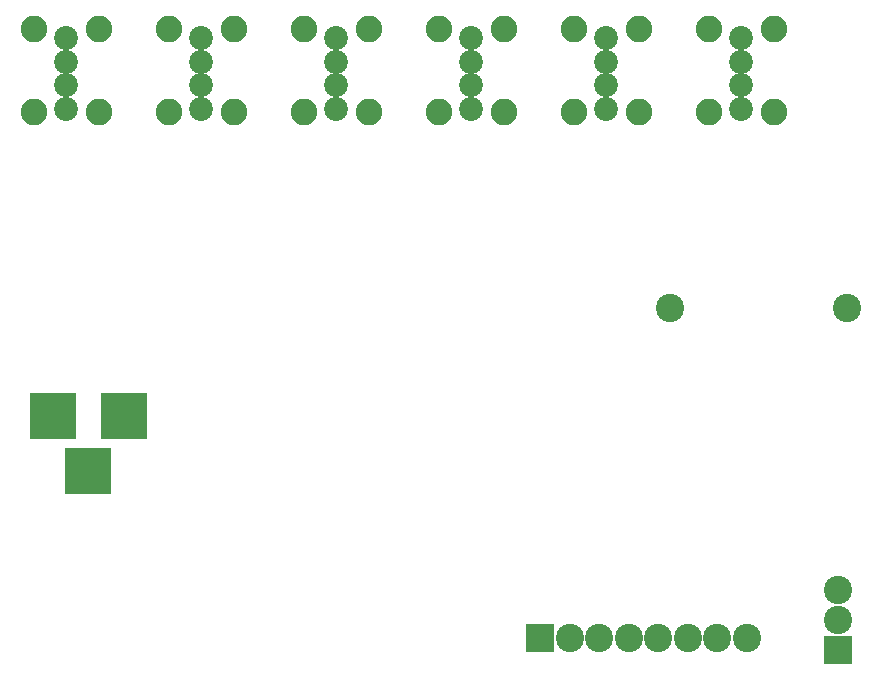
<source format=gbr>
%TF.GenerationSoftware,KiCad,Pcbnew,4.0.1-stable*%
%TF.CreationDate,2016-04-25T17:13:02+03:00*%
%TF.ProjectId,6xUSB_PowMet,36785553425F506F774D65742E6B6963,rev?*%
%TF.FileFunction,Soldermask,Bot*%
%FSLAX46Y46*%
G04 Gerber Fmt 4.6, Leading zero omitted, Abs format (unit mm)*
G04 Created by KiCad (PCBNEW 4.0.1-stable) date 25.04.2016 17:13:02*
%MOMM*%
G01*
G04 APERTURE LIST*
%ADD10C,0.100000*%
%ADD11C,2.020000*%
%ADD12C,2.250000*%
%ADD13C,2.398980*%
%ADD14R,2.400000X2.400000*%
%ADD15C,2.400000*%
%ADD16R,3.900120X3.900120*%
G04 APERTURE END LIST*
D10*
D11*
X110560000Y-75975000D03*
X110560000Y-77975000D03*
X110560000Y-79975000D03*
D12*
X113280000Y-75245000D03*
D11*
X110560000Y-81975000D03*
D12*
X113280000Y-82245000D03*
X107840000Y-75245000D03*
X107840000Y-82245000D03*
D11*
X133420000Y-75975000D03*
X133420000Y-77975000D03*
X133420000Y-79975000D03*
D12*
X136140000Y-75245000D03*
D11*
X133420000Y-81975000D03*
D12*
X136140000Y-82245000D03*
X130700000Y-75245000D03*
X130700000Y-82245000D03*
D13*
X161650000Y-98825000D03*
X176650000Y-98825000D03*
D11*
X156280000Y-75975000D03*
X156280000Y-77975000D03*
X156280000Y-79975000D03*
D12*
X159000000Y-75245000D03*
D11*
X156280000Y-81975000D03*
D12*
X159000000Y-82245000D03*
X153560000Y-75245000D03*
X153560000Y-82245000D03*
D11*
X121990000Y-75975000D03*
X121990000Y-77975000D03*
X121990000Y-79975000D03*
D12*
X124710000Y-75245000D03*
D11*
X121990000Y-81975000D03*
D12*
X124710000Y-82245000D03*
X119270000Y-75245000D03*
X119270000Y-82245000D03*
D11*
X167710000Y-75975000D03*
X167710000Y-77975000D03*
X167710000Y-79975000D03*
D12*
X170430000Y-75245000D03*
D11*
X167710000Y-81975000D03*
D12*
X170430000Y-82245000D03*
X164990000Y-75245000D03*
X164990000Y-82245000D03*
D11*
X144850000Y-75975000D03*
X144850000Y-77975000D03*
X144850000Y-79975000D03*
D12*
X147570000Y-75245000D03*
D11*
X144850000Y-81975000D03*
D12*
X147570000Y-82245000D03*
X142130000Y-75245000D03*
X142130000Y-82245000D03*
D14*
X150650000Y-126750000D03*
D15*
X153163000Y-126750000D03*
X155663000Y-126750000D03*
X158163000Y-126750000D03*
X160663000Y-126750000D03*
X163163000Y-126750000D03*
X165663000Y-126750000D03*
X168163000Y-126750000D03*
D14*
X175900000Y-127750000D03*
D15*
X175900000Y-125210000D03*
X175900000Y-122710000D03*
D16*
X115400140Y-107950000D03*
X109400660Y-107950000D03*
X112400400Y-112649000D03*
M02*

</source>
